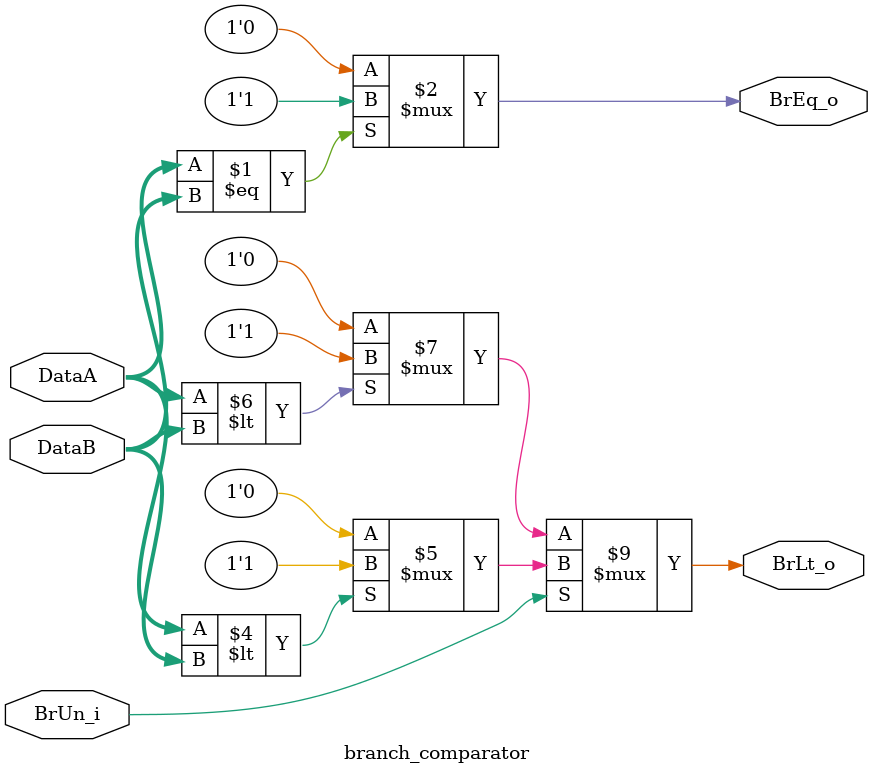
<source format=sv>
module branch_comparator(
  input               BrUn_i,
  input       [31:0]  DataA ,
  input       [31:0]  DataB ,
  output reg          BrEq_o,
  output reg          BrLt_o      
);

    assign BrEq_o = (DataA == DataB) ? 1'b1 : 1'b0;
    
    always @(*) begin
      if (BrUn_i) begin
          BrLt_o = (DataA <  DataB) ? 1'b1 : 1'b0;
      end
      else begin
          BrLt_o = ($signed(DataA) <  $signed(DataB)) ? 1'b1 : 1'b0;
      end
    end

endmodule
</source>
